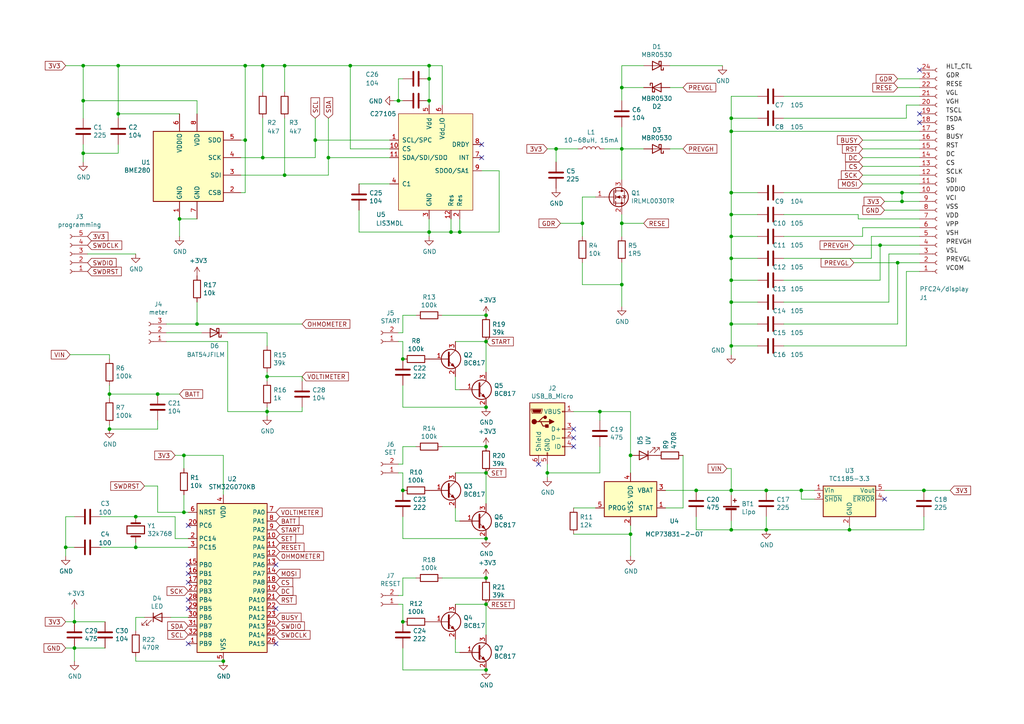
<source format=kicad_sch>
(kicad_sch (version 20211123) (generator eeschema)
  (paper "A4")
  (title_block (title "Sense schematic") (date "2021-08-02") (rev "1.0") (comment 1 "Autor: Bartosz Pracz"))
  (junction (at 124.46 19.05))
  (junction (at 212.09 62.23))
  (junction (at 31.75 124.46))
  (junction (at 19.05 158.75))
  (junction (at 212.09 142.24))
  (junction (at 173.99 119.38))
  (junction (at 116.84 104.14))
  (junction (at 39.37 158.75))
  (junction (at 45.72 114.3))
  (junction (at 82.55 19.05))
  (junction (at 140.97 137.16))
  (junction (at 77.47 119.38))
  (junction (at 180.34 43.18))
  (junction (at 222.25 142.24))
  (junction (at 140.97 91.44))
  (junction (at 34.29 33.02))
  (junction (at 201.93 142.24))
  (junction (at 267.97 142.24))
  (junction (at 212.09 100.33))
  (junction (at 261.62 55.88))
  (junction (at 57.15 93.98))
  (junction (at 64.77 191.77))
  (junction (at 101.6 19.05))
  (junction (at 140.97 194.31))
  (junction (at 140.97 99.06))
  (junction (at 212.09 55.88))
  (junction (at 39.37 149.86))
  (junction (at 180.34 25.4))
  (junction (at 232.41 142.24))
  (junction (at 212.09 93.98))
  (junction (at 34.29 19.05))
  (junction (at 124.46 22.86))
  (junction (at 76.2 19.05))
  (junction (at 21.59 180.34))
  (junction (at 53.34 132.08))
  (junction (at 140.97 118.11))
  (junction (at 53.34 148.59))
  (junction (at 24.13 44.45))
  (junction (at 116.84 180.34))
  (junction (at 115.57 29.21))
  (junction (at 182.88 132.08))
  (junction (at 212.09 68.58))
  (junction (at 246.38 153.67))
  (junction (at 212.09 38.1))
  (junction (at 52.07 63.5))
  (junction (at 212.09 34.29))
  (junction (at 76.2 45.72))
  (junction (at 130.81 67.31))
  (junction (at 158.75 137.16))
  (junction (at 255.27 71.12))
  (junction (at 212.09 153.67))
  (junction (at 116.84 142.24))
  (junction (at 124.46 29.21))
  (junction (at 95.25 45.72))
  (junction (at 180.34 82.55))
  (junction (at 124.46 67.31))
  (junction (at 260.35 76.2))
  (junction (at 168.91 64.77))
  (junction (at 133.35 67.31))
  (junction (at 140.97 175.26))
  (junction (at 212.09 87.63))
  (junction (at 77.47 109.22))
  (junction (at 180.34 64.77))
  (junction (at 31.75 114.3))
  (junction (at 182.88 154.94))
  (junction (at 222.25 153.67))
  (junction (at 140.97 156.21))
  (junction (at 261.62 58.42))
  (junction (at 71.12 19.05))
  (junction (at 82.55 50.8))
  (junction (at 91.44 40.64))
  (junction (at 212.09 81.28))
  (junction (at 161.29 43.18))
  (junction (at 21.59 187.96))
  (junction (at 24.13 19.05))
  (junction (at 24.13 29.21))
  (junction (at 71.12 40.64))
  (junction (at 140.97 129.54))
  (junction (at 140.97 167.64))
  (junction (at 212.09 74.93))
  (no_connect (at 80.01 176.53))
  (no_connect (at 256.54 144.78))
  (no_connect (at 266.7 33.02))
  (no_connect (at 266.7 35.56))
  (no_connect (at 139.7 45.72))
  (no_connect (at 80.01 186.69))
  (no_connect (at 54.61 176.53))
  (no_connect (at 54.61 186.69))
  (no_connect (at 266.7 20.32))
  (no_connect (at 54.61 152.4))
  (no_connect (at 166.37 127))
  (no_connect (at 80.01 163.83))
  (no_connect (at 166.37 129.54))
  (no_connect (at 54.61 166.37))
  (no_connect (at 139.7 41.91))
  (no_connect (at 54.61 163.83))
  (no_connect (at 54.61 173.99))
  (no_connect (at 156.21 134.62))
  (no_connect (at 54.61 168.91))
  (no_connect (at 166.37 124.46))
  (wire (pts (xy 180.34 19.05) (xy 186.69 19.05)))
  (wire (pts (xy 219.71 93.98) (xy 212.09 93.98)))
  (wire (pts (xy 128.27 91.44) (xy 140.97 91.44)))
  (wire (pts (xy 124.46 67.31) (xy 124.46 63.5)))
  (wire (pts (xy 116.84 180.34) (xy 116.84 175.26)))
  (wire (pts (xy 180.34 29.21) (xy 180.34 25.4)))
  (wire (pts (xy 50.8 132.08) (xy 53.34 132.08)))
  (wire (pts (xy 173.99 137.16) (xy 158.75 137.16)))
  (wire (pts (xy 256.54 60.96) (xy 266.7 60.96)))
  (wire (pts (xy 255.27 71.12) (xy 255.27 81.28)))
  (wire (pts (xy 115.57 96.52) (xy 116.84 96.52)))
  (wire (pts (xy 115.57 22.86) (xy 116.84 22.86)))
  (wire (pts (xy 76.2 19.05) (xy 82.55 19.05)))
  (wire (pts (xy 116.84 172.72) (xy 116.84 167.64)))
  (wire (pts (xy 168.91 76.2) (xy 168.91 82.55)))
  (wire (pts (xy 57.15 29.21) (xy 24.13 29.21)))
  (wire (pts (xy 247.65 76.2) (xy 260.35 76.2)))
  (wire (pts (xy 222.25 142.24) (xy 212.09 142.24)))
  (wire (pts (xy 34.29 44.45) (xy 34.29 41.91)))
  (wire (pts (xy 256.54 58.42) (xy 261.62 58.42)))
  (wire (pts (xy 212.09 27.94) (xy 212.09 34.29)))
  (wire (pts (xy 77.47 119.38) (xy 77.47 120.65)))
  (wire (pts (xy 34.29 33.02) (xy 34.29 34.29)))
  (wire (pts (xy 212.09 62.23) (xy 212.09 68.58)))
  (wire (pts (xy 158.75 138.43) (xy 158.75 137.16)))
  (wire (pts (xy 48.26 93.98) (xy 57.15 93.98)))
  (wire (pts (xy 57.15 33.02) (xy 57.15 29.21)))
  (wire (pts (xy 198.12 132.08) (xy 198.12 147.32)))
  (wire (pts (xy 166.37 154.94) (xy 182.88 154.94)))
  (wire (pts (xy 180.34 25.4) (xy 186.69 25.4)))
  (wire (pts (xy 45.72 140.97) (xy 45.72 148.59)))
  (wire (pts (xy 132.08 113.03) (xy 133.35 113.03)))
  (wire (pts (xy 130.81 67.31) (xy 124.46 67.31)))
  (wire (pts (xy 19.05 149.86) (xy 19.05 158.75)))
  (wire (pts (xy 250.19 53.34) (xy 266.7 53.34)))
  (wire (pts (xy 34.29 19.05) (xy 24.13 19.05)))
  (wire (pts (xy 267.97 153.67) (xy 267.97 149.86)))
  (wire (pts (xy 116.84 129.54) (xy 120.65 129.54)))
  (wire (pts (xy 116.84 187.96) (xy 116.84 194.31)))
  (wire (pts (xy 275.59 142.24) (xy 267.97 142.24)))
  (wire (pts (xy 66.04 119.38) (xy 77.47 119.38)))
  (wire (pts (xy 19.05 161.29) (xy 19.05 158.75)))
  (wire (pts (xy 260.35 76.2) (xy 260.35 93.98)))
  (wire (pts (xy 132.08 189.23) (xy 133.35 189.23)))
  (wire (pts (xy 124.46 29.21) (xy 124.46 30.48)))
  (wire (pts (xy 116.84 111.76) (xy 116.84 118.11)))
  (wire (pts (xy 180.34 62.23) (xy 180.34 64.77)))
  (wire (pts (xy 212.09 68.58) (xy 212.09 74.93)))
  (wire (pts (xy 166.37 119.38) (xy 173.99 119.38)))
  (wire (pts (xy 168.91 64.77) (xy 168.91 68.58)))
  (wire (pts (xy 31.75 111.76) (xy 31.75 114.3)))
  (wire (pts (xy 77.47 109.22) (xy 87.63 109.22)))
  (wire (pts (xy 116.84 96.52) (xy 116.84 91.44)))
  (wire (pts (xy 139.7 49.53) (xy 144.78 49.53)))
  (wire (pts (xy 227.33 68.58) (xy 250.19 68.58)))
  (wire (pts (xy 182.88 119.38) (xy 182.88 132.08)))
  (wire (pts (xy 180.34 88.9) (xy 180.34 82.55)))
  (wire (pts (xy 39.37 179.07) (xy 41.91 179.07)))
  (wire (pts (xy 193.04 142.24) (xy 201.93 142.24)))
  (wire (pts (xy 116.84 167.64) (xy 120.65 167.64)))
  (wire (pts (xy 219.71 100.33) (xy 212.09 100.33)))
  (wire (pts (xy 113.03 45.72) (xy 95.25 45.72)))
  (wire (pts (xy 77.47 107.95) (xy 77.47 109.22)))
  (wire (pts (xy 52.07 33.02) (xy 34.29 33.02)))
  (wire (pts (xy 222.25 149.86) (xy 222.25 153.67)))
  (wire (pts (xy 24.13 29.21) (xy 24.13 34.29)))
  (wire (pts (xy 222.25 153.67) (xy 246.38 153.67)))
  (wire (pts (xy 227.33 74.93) (xy 252.73 74.93)))
  (wire (pts (xy 57.15 93.98) (xy 87.63 93.98)))
  (wire (pts (xy 212.09 55.88) (xy 212.09 62.23)))
  (wire (pts (xy 144.78 49.53) (xy 144.78 67.31)))
  (wire (pts (xy 116.84 175.26) (xy 115.57 175.26)))
  (wire (pts (xy 255.27 71.12) (xy 247.65 71.12)))
  (wire (pts (xy 104.14 67.31) (xy 124.46 67.31)))
  (wire (pts (xy 261.62 55.88) (xy 266.7 55.88)))
  (wire (pts (xy 180.34 36.83) (xy 180.34 43.18)))
  (wire (pts (xy 132.08 137.16) (xy 140.97 137.16)))
  (wire (pts (xy 116.84 99.06) (xy 115.57 99.06)))
  (wire (pts (xy 19.05 180.34) (xy 21.59 180.34)))
  (wire (pts (xy 77.47 109.22) (xy 77.47 110.49)))
  (wire (pts (xy 77.47 96.52) (xy 77.47 100.33)))
  (wire (pts (xy 128.27 19.05) (xy 128.27 30.48)))
  (wire (pts (xy 31.75 114.3) (xy 31.75 115.57)))
  (wire (pts (xy 219.71 34.29) (xy 212.09 34.29)))
  (wire (pts (xy 116.84 149.86) (xy 116.84 156.21)))
  (wire (pts (xy 21.59 187.96) (xy 30.48 187.96)))
  (wire (pts (xy 116.84 91.44) (xy 120.65 91.44)))
  (wire (pts (xy 201.93 149.86) (xy 201.93 153.67)))
  (wire (pts (xy 77.47 119.38) (xy 87.63 119.38)))
  (wire (pts (xy 132.08 99.06) (xy 140.97 99.06)))
  (wire (pts (xy 48.26 99.06) (xy 66.04 99.06)))
  (wire (pts (xy 116.84 134.62) (xy 116.84 129.54)))
  (wire (pts (xy 262.89 30.48) (xy 262.89 34.29)))
  (wire (pts (xy 250.19 40.64) (xy 266.7 40.64)))
  (wire (pts (xy 69.85 55.88) (xy 71.12 55.88)))
  (wire (pts (xy 39.37 158.75) (xy 39.37 157.48)))
  (wire (pts (xy 250.19 50.8) (xy 266.7 50.8)))
  (wire (pts (xy 132.08 109.22) (xy 132.08 113.03)))
  (wire (pts (xy 173.99 119.38) (xy 182.88 119.38)))
  (wire (pts (xy 53.34 132.08) (xy 64.77 132.08)))
  (wire (pts (xy 132.08 151.13) (xy 133.35 151.13)))
  (wire (pts (xy 261.62 55.88) (xy 227.33 55.88)))
  (wire (pts (xy 250.19 48.26) (xy 266.7 48.26)))
  (wire (pts (xy 210.82 135.89) (xy 212.09 135.89)))
  (wire (pts (xy 256.54 142.24) (xy 267.97 142.24)))
  (wire (pts (xy 162.56 64.77) (xy 168.91 64.77)))
  (wire (pts (xy 194.31 43.18) (xy 198.12 43.18)))
  (wire (pts (xy 50.8 156.21) (xy 54.61 156.21)))
  (wire (pts (xy 232.41 142.24) (xy 236.22 142.24)))
  (wire (pts (xy 101.6 43.18) (xy 113.03 43.18)))
  (wire (pts (xy 168.91 82.55) (xy 180.34 82.55)))
  (wire (pts (xy 212.09 81.28) (xy 212.09 87.63)))
  (wire (pts (xy 101.6 19.05) (xy 124.46 19.05)))
  (wire (pts (xy 53.34 148.59) (xy 54.61 148.59)))
  (wire (pts (xy 140.97 175.26) (xy 140.97 184.15)))
  (wire (pts (xy 132.08 175.26) (xy 140.97 175.26)))
  (wire (pts (xy 24.13 41.91) (xy 24.13 44.45)))
  (wire (pts (xy 21.59 191.77) (xy 21.59 187.96)))
  (wire (pts (xy 31.75 114.3) (xy 45.72 114.3)))
  (wire (pts (xy 66.04 99.06) (xy 66.04 119.38)))
  (wire (pts (xy 116.84 194.31) (xy 140.97 194.31)))
  (wire (pts (xy 250.19 66.04) (xy 250.19 68.58)))
  (wire (pts (xy 266.7 63.5) (xy 248.92 63.5)))
  (wire (pts (xy 257.81 73.66) (xy 266.7 73.66)))
  (wire (pts (xy 182.88 161.29) (xy 182.88 154.94)))
  (wire (pts (xy 212.09 93.98) (xy 212.09 100.33)))
  (wire (pts (xy 266.7 68.58) (xy 252.73 68.58)))
  (wire (pts (xy 219.71 62.23) (xy 212.09 62.23)))
  (wire (pts (xy 82.55 19.05) (xy 101.6 19.05)))
  (wire (pts (xy 128.27 167.64) (xy 140.97 167.64)))
  (wire (pts (xy 48.26 96.52) (xy 58.42 96.52)))
  (wire (pts (xy 21.59 180.34) (xy 30.48 180.34)))
  (wire (pts (xy 34.29 33.02) (xy 34.29 19.05)))
  (wire (pts (xy 246.38 153.67) (xy 267.97 153.67)))
  (wire (pts (xy 115.57 172.72) (xy 116.84 172.72)))
  (wire (pts (xy 201.93 142.24) (xy 212.09 142.24)))
  (wire (pts (xy 172.72 57.15) (xy 168.91 57.15)))
  (wire (pts (xy 29.21 149.86) (xy 39.37 149.86)))
  (wire (pts (xy 130.81 63.5) (xy 130.81 67.31)))
  (wire (pts (xy 69.85 40.64) (xy 71.12 40.64)))
  (wire (pts (xy 71.12 40.64) (xy 71.12 19.05)))
  (wire (pts (xy 76.2 34.29) (xy 76.2 45.72)))
  (wire (pts (xy 180.34 52.07) (xy 180.34 43.18)))
  (wire (pts (xy 69.85 45.72) (xy 76.2 45.72)))
  (wire (pts (xy 31.75 123.19) (xy 31.75 124.46)))
  (wire (pts (xy 130.81 67.31) (xy 133.35 67.31)))
  (wire (pts (xy 45.72 148.59) (xy 53.34 148.59)))
  (wire (pts (xy 91.44 40.64) (xy 113.03 40.64)))
  (wire (pts (xy 77.47 118.11) (xy 77.47 119.38)))
  (wire (pts (xy 201.93 153.67) (xy 212.09 153.67)))
  (wire (pts (xy 168.91 57.15) (xy 168.91 64.77)))
  (wire (pts (xy 54.61 158.75) (xy 39.37 158.75)))
  (wire (pts (xy 82.55 34.29) (xy 82.55 50.8)))
  (wire (pts (xy 219.71 55.88) (xy 212.09 55.88)))
  (wire (pts (xy 266.7 30.48) (xy 262.89 30.48)))
  (wire (pts (xy 250.19 43.18) (xy 266.7 43.18)))
  (wire (pts (xy 124.46 67.31) (xy 124.46 68.58)))
  (wire (pts (xy 161.29 43.18) (xy 167.64 43.18)))
  (wire (pts (xy 39.37 149.86) (xy 50.8 149.86)))
  (wire (pts (xy 114.3 29.21) (xy 115.57 29.21)))
  (wire (pts (xy 180.34 43.18) (xy 186.69 43.18)))
  (wire (pts (xy 39.37 182.88) (xy 39.37 179.07)))
  (wire (pts (xy 124.46 19.05) (xy 128.27 19.05)))
  (wire (pts (xy 57.15 93.98) (xy 57.15 87.63)))
  (wire (pts (xy 212.09 151.13) (xy 212.09 153.67)))
  (wire (pts (xy 21.59 187.96) (xy 19.05 187.96)))
  (wire (pts (xy 222.25 142.24) (xy 232.41 142.24)))
  (wire (pts (xy 87.63 119.38) (xy 87.63 118.11)))
  (wire (pts (xy 212.09 142.24) (xy 212.09 143.51)))
  (wire (pts (xy 252.73 68.58) (xy 252.73 74.93)))
  (wire (pts (xy 133.35 63.5) (xy 133.35 67.31)))
  (wire (pts (xy 219.71 68.58) (xy 212.09 68.58)))
  (wire (pts (xy 91.44 45.72) (xy 91.44 40.64)))
  (wire (pts (xy 132.08 147.32) (xy 132.08 151.13)))
  (wire (pts (xy 50.8 149.86) (xy 50.8 156.21)))
  (wire (pts (xy 180.34 64.77) (xy 180.34 68.58)))
  (wire (pts (xy 173.99 119.38) (xy 173.99 121.92)))
  (wire (pts (xy 198.12 147.32) (xy 193.04 147.32)))
  (wire (pts (xy 173.99 129.54) (xy 173.99 137.16)))
  (wire (pts (xy 116.84 118.11) (xy 140.97 118.11)))
  (wire (pts (xy 19.05 158.75) (xy 21.59 158.75)))
  (wire (pts (xy 124.46 22.86) (xy 124.46 29.21)))
  (wire (pts (xy 53.34 135.89) (xy 53.34 132.08)))
  (wire (pts (xy 91.44 40.64) (xy 91.44 34.29)))
  (wire (pts (xy 140.97 99.06) (xy 140.97 107.95)))
  (wire (pts (xy 266.7 76.2) (xy 260.35 76.2)))
  (wire (pts (xy 182.88 132.08) (xy 182.88 137.16)))
  (wire (pts (xy 82.55 50.8) (xy 95.25 50.8)))
  (wire (pts (xy 161.29 43.18) (xy 161.29 46.99)))
  (wire (pts (xy 180.34 25.4) (xy 180.34 19.05)))
  (wire (pts (xy 212.09 74.93) (xy 212.09 81.28)))
  (wire (pts (xy 212.09 34.29) (xy 212.09 38.1)))
  (wire (pts (xy 219.71 74.93) (xy 212.09 74.93)))
  (wire (pts (xy 194.31 19.05) (xy 209.55 19.05)))
  (wire (pts (xy 76.2 45.72) (xy 91.44 45.72)))
  (wire (pts (xy 246.38 153.67) (xy 246.38 152.4)))
  (wire (pts (xy 24.13 29.21) (xy 24.13 19.05)))
  (wire (pts (xy 24.13 44.45) (xy 34.29 44.45)))
  (wire (pts (xy 95.25 34.29) (xy 95.25 45.72)))
  (wire (pts (xy 45.72 114.3) (xy 52.07 114.3)))
  (wire (pts (xy 219.71 87.63) (xy 212.09 87.63)))
  (wire (pts (xy 116.84 156.21) (xy 140.97 156.21)))
  (wire (pts (xy 262.89 100.33) (xy 262.89 78.74)))
  (wire (pts (xy 21.59 180.34) (xy 21.59 176.53)))
  (wire (pts (xy 262.89 78.74) (xy 266.7 78.74)))
  (wire (pts (xy 132.08 185.42) (xy 132.08 189.23)))
  (wire (pts (xy 250.19 45.72) (xy 266.7 45.72)))
  (wire (pts (xy 227.33 34.29) (xy 262.89 34.29)))
  (wire (pts (xy 31.75 102.87) (xy 31.75 104.14)))
  (wire (pts (xy 236.22 144.78) (xy 232.41 144.78)))
  (wire (pts (xy 219.71 27.94) (xy 212.09 27.94)))
  (wire (pts (xy 260.35 25.4) (xy 266.7 25.4)))
  (wire (pts (xy 194.31 25.4) (xy 198.12 25.4)))
  (wire (pts (xy 82.55 26.67) (xy 82.55 19.05)))
  (wire (pts (xy 128.27 129.54) (xy 140.97 129.54)))
  (wire (pts (xy 71.12 55.88) (xy 71.12 40.64)))
  (wire (pts (xy 133.35 67.31) (xy 144.78 67.31)))
  (wire (pts (xy 158.75 137.16) (xy 158.75 134.62)))
  (wire (pts (xy 257.81 87.63) (xy 227.33 87.63)))
  (wire (pts (xy 261.62 55.88) (xy 261.62 58.42)))
  (wire (pts (xy 227.33 27.94) (xy 266.7 27.94)))
  (wire (pts (xy 21.59 149.86) (xy 19.05 149.86)))
  (wire (pts (xy 248.92 63.5) (xy 248.92 62.23)))
  (wire (pts (xy 39.37 191.77) (xy 64.77 191.77)))
  (wire (pts (xy 182.88 152.4) (xy 182.88 154.94)))
  (wire (pts (xy 175.26 43.18) (xy 180.34 43.18)))
  (wire (pts (xy 66.04 96.52) (xy 77.47 96.52)))
  (wire (pts (xy 116.84 137.16) (xy 115.57 137.16)))
  (wire (pts (xy 180.34 82.55) (xy 180.34 76.2)))
  (wire (pts (xy 95.25 45.72) (xy 95.25 50.8)))
  (wire (pts (xy 158.75 43.18) (xy 161.29 43.18)))
  (wire (pts (xy 116.84 142.24) (xy 116.84 137.16)))
  (wire (pts (xy 101.6 43.18) (xy 101.6 19.05)))
  (wire (pts (xy 260.35 22.86) (xy 266.7 22.86)))
  (wire (pts (xy 87.63 109.22) (xy 87.63 110.49)))
  (wire (pts (xy 34.29 19.05) (xy 71.12 19.05)))
  (wire (pts (xy 29.21 158.75) (xy 39.37 158.75)))
  (wire (pts (xy 261.62 58.42) (xy 266.7 58.42)))
  (wire (pts (xy 115.57 29.21) (xy 116.84 29.21)))
  (wire (pts (xy 219.71 81.28) (xy 212.09 81.28)))
  (wire (pts (xy 212.09 38.1) (xy 212.09 55.88)))
  (wire (pts (xy 76.2 26.67) (xy 76.2 19.05)))
  (wire (pts (xy 24.13 44.45) (xy 24.13 46.99)))
  (wire (pts (xy 140.97 137.16) (xy 140.97 146.05)))
  (wire (pts (xy 31.75 124.46) (xy 45.72 124.46)))
  (wire (pts (xy 227.33 100.33) (xy 262.89 100.33)))
  (wire (pts (xy 25.4 73.66) (xy 39.37 73.66)))
  (wire (pts (xy 227.33 81.28) (xy 255.27 81.28)))
  (wire (pts (xy 266.7 66.04) (xy 250.19 66.04)))
  (wire (pts (xy 39.37 190.5) (xy 39.37 191.77)))
  (wire (pts (xy 212.09 135.89) (xy 212.09 142.24)))
  (wire (pts (xy 52.07 63.5) (xy 52.07 68.58)))
  (wire (pts (xy 186.69 64.77) (xy 180.34 64.77)))
  (wire (pts (xy 53.34 143.51) (xy 53.34 148.59)))
  (wire (pts (xy 115.57 134.62) (xy 116.84 134.62)))
  (wire (pts (xy 71.12 19.05) (xy 76.2 19.05)))
  (wire (pts (xy 64.77 132.08) (xy 64.77 143.51)))
  (wire (pts (xy 115.57 29.21) (xy 115.57 22.86)))
  (wire (pts (xy 69.85 50.8) (xy 82.55 50.8)))
  (wire (pts (xy 20.32 102.87) (xy 31.75 102.87)))
  (wire (pts (xy 41.91 140.97) (xy 45.72 140.97)))
  (wire (pts (xy 266.7 71.12) (xy 255.27 71.12)))
  (wire (pts (xy 166.37 147.32) (xy 172.72 147.32)))
  (wire (pts (xy 24.13 19.05) (xy 19.05 19.05)))
  (wire (pts (xy 45.72 124.46) (xy 45.72 121.92)))
  (wire (pts (xy 227.33 93.98) (xy 260.35 93.98)))
  (wire (pts (xy 232.41 144.78) (xy 232.41 142.24)))
  (wire (pts (xy 257.81 87.63) (xy 257.81 73.66)))
  (wire (pts (xy 227.33 62.23) (xy 248.92 62.23)))
  (wire (pts (xy 212.09 87.63) (xy 212.09 93.98)))
  (wire (pts (xy 104.14 60.96) (xy 104.14 67.31)))
  (wire (pts (xy 212.09 38.1) (xy 266.7 38.1)))
  (wire (pts (xy 104.14 53.34) (xy 113.03 53.34)))
  (wire (pts (xy 212.09 100.33) (xy 212.09 102.87)))
  (wire (pts (xy 212.09 153.67) (xy 222.25 153.67)))
  (wire (pts (xy 124.46 19.05) (xy 124.46 22.86)))
  (wire (pts (xy 57.15 63.5) (xy 52.07 63.5)))
  (wire (pts (xy 49.53 179.07) (xy 54.61 179.07)))
  (wire (pts (xy 116.84 104.14) (xy 116.84 99.06)))
  (label "VGH" (at 274.32 30.48 0))
  (label "VDDIO" (at 274.32 55.88 0))
  (label "VSL" (at 274.32 73.66 0))
  (label "SDI" (at 274.32 53.34 0))
  (label "PREVGH" (at 274.32 71.12 0))
  (label "GDR" (at 274.32 22.86 0))
  (label "PREVGL" (at 274.32 76.2 0))
  (label "SCLK" (at 274.32 50.8 0))
  (label "HLT_CTL" (at 274.32 20.32 0))
  (label "BUSY" (at 274.32 40.64 0))
  (label "VPP" (at 274.32 66.04 0))
  (label "VCOM" (at 274.32 78.74 0))
  (label "TSDA" (at 274.32 35.56 0))
  (label "VCI" (at 274.32 58.42 0))
  (label "RESE" (at 274.32 25.4 0))
  (label "CS" (at 274.32 48.26 0))
  (label "VGL" (at 274.32 27.94 0))
  (label "BS" (at 274.32 38.1 0))
  (label "TSCL" (at 274.32 33.02 0))
  (label "RST" (at 274.32 43.18 0))
  (label "VSS" (at 274.32 60.96 0))
  (label "VDD" (at 274.32 63.5 0))
  (label "VSH" (at 274.32 68.58 0))
  (label "DC" (at 274.32 45.72 0))
  (global_label "SET" (shape input) (at 80.01 156.21 0) (property "Intersheet References" "${INTERSHEET_REFS}" (effects hide)))
  (global_label "START" (shape input) (at 140.97 99.06 0) (property "Intersheet References" "${INTERSHEET_REFS}" (effects hide)))
  (global_label "RESE" (shape input) (at 186.69 64.77 0) (property "Intersheet References" "${INTERSHEET_REFS}" (effects hide)))
  (global_label "3V3" (shape input) (at 25.4 68.58 0) (property "Intersheet References" "${INTERSHEET_REFS}" (effects hide)))
  (global_label "SWDIO" (shape input) (at 25.4 76.2 0) (property "Intersheet References" "${INTERSHEET_REFS}" (effects hide)))
  (global_label "CS" (shape input) (at 250.19 48.26 180) (property "Intersheet References" "${INTERSHEET_REFS}" (effects hide)))
  (global_label "3V3" (shape input) (at 256.54 58.42 180) (property "Intersheet References" "${INTERSHEET_REFS}" (effects hide)))
  (global_label "3V3" (shape input) (at 158.75 43.18 180) (property "Intersheet References" "${INTERSHEET_REFS}" (effects hide)))
  (global_label "PREVGL" (shape input) (at 198.12 25.4 0) (property "Intersheet References" "${INTERSHEET_REFS}" (effects hide)))
  (global_label "RESET" (shape input) (at 80.01 158.75 0) (property "Intersheet References" "${INTERSHEET_REFS}" (effects hide)))
  (global_label "BUSY" (shape input) (at 80.01 179.07 0) (property "Intersheet References" "${INTERSHEET_REFS}" (effects hide)))
  (global_label "OHMOMETER" (shape input) (at 87.63 93.98 0) (property "Intersheet References" "${INTERSHEET_REFS}" (effects hide)))
  (global_label "DC" (shape input) (at 250.19 45.72 180) (property "Intersheet References" "${INTERSHEET_REFS}" (effects hide)))
  (global_label "3V3" (shape input) (at 275.59 142.24 0) (property "Intersheet References" "${INTERSHEET_REFS}" (effects hide)))
  (global_label "SDA" (shape input) (at 95.25 34.29 90) (property "Intersheet References" "${INTERSHEET_REFS}" (effects hide)))
  (global_label "VIN" (shape input) (at 210.82 135.89 180) (property "Intersheet References" "${INTERSHEET_REFS}" (effects hide)))
  (global_label "GND" (shape input) (at 256.54 60.96 180) (property "Intersheet References" "${INTERSHEET_REFS}" (effects hide)))
  (global_label "RST" (shape input) (at 80.01 173.99 0) (property "Intersheet References" "${INTERSHEET_REFS}" (effects hide)))
  (global_label "RESET" (shape input) (at 140.97 175.26 0) (property "Intersheet References" "${INTERSHEET_REFS}" (effects hide)))
  (global_label "VOLTIMETER" (shape input) (at 87.63 109.22 0) (property "Intersheet References" "${INTERSHEET_REFS}" (effects hide)))
  (global_label "3V3" (shape input) (at 19.05 19.05 180) (property "Intersheet References" "${INTERSHEET_REFS}" (effects hide)))
  (global_label "RESE" (shape input) (at 260.35 25.4 180) (property "Intersheet References" "${INTERSHEET_REFS}" (effects hide)))
  (global_label "MOSI" (shape input) (at 250.19 53.34 180) (property "Intersheet References" "${INTERSHEET_REFS}" (effects hide)))
  (global_label "SCK" (shape input) (at 250.19 50.8 180) (property "Intersheet References" "${INTERSHEET_REFS}" (effects hide)))
  (global_label "DC" (shape input) (at 80.01 171.45 0) (property "Intersheet References" "${INTERSHEET_REFS}" (effects hide)))
  (global_label "OHMOMETER" (shape input) (at 80.01 161.29 0) (property "Intersheet References" "${INTERSHEET_REFS}" (effects hide)))
  (global_label "GDR" (shape input) (at 260.35 22.86 180) (property "Intersheet References" "${INTERSHEET_REFS}" (effects hide)))
  (global_label "SCK" (shape input) (at 54.61 171.45 180) (property "Intersheet References" "${INTERSHEET_REFS}" (effects hide)))
  (global_label "3V3" (shape input) (at 19.05 180.34 180) (property "Intersheet References" "${INTERSHEET_REFS}" (effects hide)))
  (global_label "SWDCLK" (shape input) (at 80.01 184.15 0) (property "Intersheet References" "${INTERSHEET_REFS}" (effects hide)))
  (global_label "RST" (shape input) (at 250.19 43.18 180) (property "Intersheet References" "${INTERSHEET_REFS}" (effects hide)))
  (global_label "PREVGL" (shape input) (at 247.65 76.2 180) (property "Intersheet References" "${INTERSHEET_REFS}" (effects hide)))
  (global_label "BUSY" (shape input) (at 250.19 40.64 180) (property "Intersheet References" "${INTERSHEET_REFS}" (effects hide)))
  (global_label "MOSI" (shape input) (at 80.01 166.37 0) (property "Intersheet References" "${INTERSHEET_REFS}" (effects hide)))
  (global_label "GDR" (shape input) (at 162.56 64.77 180) (property "Intersheet References" "${INTERSHEET_REFS}" (effects hide)))
  (global_label "3V3" (shape input) (at 50.8 132.08 180) (property "Intersheet References" "${INTERSHEET_REFS}" (effects hide)))
  (global_label "BATT" (shape input) (at 80.01 151.13 0) (property "Intersheet References" "${INTERSHEET_REFS}" (effects hide)))
  (global_label "VOLTIMETER" (shape input) (at 80.01 148.59 0) (property "Intersheet References" "${INTERSHEET_REFS}" (effects hide)))
  (global_label "BATT" (shape input) (at 52.07 114.3 0) (property "Intersheet References" "${INTERSHEET_REFS}" (effects hide)))
  (global_label "PREVGH" (shape input) (at 247.65 71.12 180) (property "Intersheet References" "${INTERSHEET_REFS}" (effects hide)))
  (global_label "SWDRST" (shape input) (at 41.91 140.97 180) (property "Intersheet References" "${INTERSHEET_REFS}" (effects hide)))
  (global_label "SET" (shape input) (at 140.97 137.16 0) (property "Intersheet References" "${INTERSHEET_REFS}" (effects hide)))
  (global_label "VIN" (shape input) (at 20.32 102.87 180) (property "Intersheet References" "${INTERSHEET_REFS}" (effects hide)))
  (global_label "SCL" (shape input) (at 54.61 184.15 180) (property "Intersheet References" "${INTERSHEET_REFS}" (effects hide)))
  (global_label "SWDIO" (shape input) (at 80.01 181.61 0) (property "Intersheet References" "${INTERSHEET_REFS}" (effects hide)))
  (global_label "CS" (shape input) (at 80.01 168.91 0) (property "Intersheet References" "${INTERSHEET_REFS}" (effects hide)))
  (global_label "SWDCLK" (shape input) (at 25.4 71.12 0) (property "Intersheet References" "${INTERSHEET_REFS}" (effects hide)))
  (global_label "SWDRST" (shape input) (at 25.4 78.74 0) (property "Intersheet References" "${INTERSHEET_REFS}" (effects hide)))
  (global_label "SDA" (shape input) (at 54.61 181.61 180) (property "Intersheet References" "${INTERSHEET_REFS}" (effects hide)))
  (global_label "PREVGH" (shape input) (at 198.12 43.18 0) (property "Intersheet References" "${INTERSHEET_REFS}" (effects hide)))
  (global_label "GND" (shape input) (at 19.05 187.96 180) (property "Intersheet References" "${INTERSHEET_REFS}" (effects hide)))
  (global_label "START" (shape input) (at 80.01 153.67 0) (property "Intersheet References" "${INTERSHEET_REFS}" (effects hide)))
  (global_label "SCL" (shape input) (at 91.44 34.29 90) (property "Intersheet References" "${INTERSHEET_REFS}" (effects hide)))
  (symbol (lib_id "Connector:Conn_01x24_Female") (at 271.78 50.8 0) (mirror x) (unit 1)
    (property "Reference" "J1" (at 266.7 86.36 0) (effects (justify left)))
    (property "Value" "PFC24/display" (at 266.7 83.82 0) (effects (justify left)))
    (property "Footprint" "Connector_FFC-FPC:Hirose_FH12-24S-0.5SH_1x24-1MP_P0.50mm_Horizontal" (effects hide))
  )
  (symbol (lib_id "Device:C") (at 223.52 100.33 270) (unit 1)
    (property "Reference" "C16" (at 226.06 102.87 90))
    (property "Value" "105" (at 231.14 102.87 90))
    (property "Footprint" "Capacitor_SMD:C_0603_1608Metric" (effects hide))
  )
  (symbol (lib_id "Device:C") (at 223.52 93.98 270) (unit 1)
    (property "Reference" "C15" (at 226.06 96.52 90))
    (property "Value" "105" (at 231.14 96.52 90))
    (property "Footprint" "Capacitor_SMD:C_0603_1608Metric" (effects hide))
  )
  (symbol (lib_id "Device:C") (at 223.52 87.63 270) (unit 1)
    (property "Reference" "C14" (at 226.06 90.17 90))
    (property "Value" "105" (at 231.14 90.17 90))
    (property "Footprint" "Capacitor_SMD:C_0603_1608Metric" (effects hide))
  )
  (symbol (lib_id "Device:C") (at 223.52 81.28 270) (unit 1)
    (property "Reference" "C13" (at 226.06 83.82 90))
    (property "Value" "105" (at 231.14 83.82 90))
    (property "Footprint" "Capacitor_SMD:C_0603_1608Metric" (effects hide))
  )
  (symbol (lib_id "Device:C") (at 223.52 74.93 270) (unit 1)
    (property "Reference" "C12" (at 226.06 77.47 90))
    (property "Value" "105" (at 231.14 77.47 90))
    (property "Footprint" "Capacitor_SMD:C_0603_1608Metric" (effects hide))
  )
  (symbol (lib_id "Device:C") (at 223.52 68.58 270) (unit 1)
    (property "Reference" "C11" (at 226.06 71.12 90))
    (property "Value" "105" (at 231.14 71.12 90))
    (property "Footprint" "Capacitor_SMD:C_0603_1608Metric" (effects hide))
  )
  (symbol (lib_id "Device:C") (at 223.52 62.23 270) (unit 1)
    (property "Reference" "C10" (at 226.06 64.77 90))
    (property "Value" "105" (at 231.14 64.77 90))
    (property "Footprint" "Capacitor_SMD:C_0603_1608Metric" (effects hide))
  )
  (symbol (lib_id "Device:C") (at 223.52 55.88 270) (unit 1)
    (property "Reference" "C9" (at 226.06 58.42 90))
    (property "Value" "104" (at 231.14 58.42 90))
    (property "Footprint" "Capacitor_SMD:C_0603_1608Metric" (effects hide))
  )
  (symbol (lib_id "power:GND") (at 212.09 102.87 0) (unit 1)
    (property "Reference" "#PWR0101" (effects hide))
    (property "Value" "GND" (at 208.28 101.6 0))
  )
  (symbol (lib_id "Device:R") (at 31.75 107.95 0) (unit 1)
    (property "Reference" "R6" (at 33.528 106.7816 0) (effects (justify left)))
    (property "Value" "100k" (at 33.528 109.093 0) (effects (justify left)))
    (property "Footprint" "Resistor_SMD:R_0603_1608Metric" (effects hide))
  )
  (symbol (lib_id "Device:C") (at 223.52 34.29 270) (unit 1)
    (property "Reference" "C8" (at 226.06 36.83 90))
    (property "Value" "105" (at 231.14 36.83 90))
    (property "Footprint" "Capacitor_SMD:C_0603_1608Metric" (effects hide))
  )
  (symbol (lib_id "Device:C") (at 223.52 27.94 270) (unit 1)
    (property "Reference" "C7" (at 226.06 30.48 90))
    (property "Value" "105" (at 231.14 30.48 90))
    (property "Footprint" "Capacitor_SMD:C_0603_1608Metric" (effects hide))
  )
  (symbol (lib_id "power:GND") (at 21.59 191.77 0) (unit 1)
    (property "Reference" "#PWR0102" (effects hide))
    (property "Value" "GND" (at 21.717 196.1642 0))
  )
  (symbol (lib_id "power:+3V3") (at 21.59 176.53 0) (unit 1)
    (property "Reference" "#PWR0103" (effects hide))
    (property "Value" "+3V3" (at 21.971 172.1358 0))
  )
  (symbol (lib_id "Device:R") (at 31.75 119.38 0) (unit 1)
    (property "Reference" "R7" (at 33.528 118.2116 0) (effects (justify left)))
    (property "Value" "100k" (at 33.528 120.523 0) (effects (justify left)))
    (property "Footprint" "Resistor_SMD:R_0603_1608Metric" (effects hide))
  )
  (symbol (lib_id "power:GND") (at 31.75 124.46 0) (unit 1)
    (property "Reference" "#PWR04" (effects hide))
    (property "Value" "GND" (at 31.877 128.8542 0))
  )
  (symbol (lib_id "sense-rescue:STM32G070KB-Venom") (at 67.31 166.37 0) (unit 1)
    (property "Reference" "U2" (at 67.31 138.9126 0))
    (property "Value" "STM32G070KB" (at 67.31 141.224 0))
    (property "Footprint" "Package_QFP:LQFP-32_7x7mm_P0.8mm" (effects hide))
    (property "Datasheet" "http://www.st.com/st-web-ui/static/active/en/resource/technical/document/datasheet/DM00105814.pdf" (effects hide))
  )
  (symbol (lib_id "Device:L") (at 171.45 43.18 90) (unit 1)
    (property "Reference" "L1" (at 171.45 38.354 90))
    (property "Value" "10-68uH, 15mA" (at 171.45 40.6654 90))
    (property "Footprint" "Resistor_SMD:R_1206_3216Metric" (effects hide))
  )
  (symbol (lib_id "Diode:MBR0530") (at 190.5 43.18 180) (unit 1)
    (property "Reference" "D3" (at 190.5 37.6936 0))
    (property "Value" "MBR0530" (at 190.5 40.005 0))
    (property "Footprint" "Diode_SMD:D_SOD-123" (effects hide))
    (property "Datasheet" "http://www.mccsemi.com/up_pdf/MBR0520~MBR0580(SOD123).pdf" (effects hide))
  )
  (symbol (lib_id "Device:C") (at 161.29 50.8 0) (unit 1)
    (property "Reference" "C5" (at 164.211 49.6316 0) (effects (justify left)))
    (property "Value" "225" (at 164.211 51.943 0) (effects (justify left)))
    (property "Footprint" "Capacitor_SMD:C_0603_1608Metric" (effects hide))
  )
  (symbol (lib_id "Diode:MBR0530") (at 190.5 25.4 0) (unit 1)
    (property "Reference" "D2" (at 190.5 30.8864 0))
    (property "Value" "MBR0530" (at 190.5 28.575 0))
    (property "Footprint" "Diode_SMD:D_SOD-123" (effects hide))
    (property "Datasheet" "http://www.mccsemi.com/up_pdf/MBR0520~MBR0580(SOD123).pdf" (effects hide))
  )
  (symbol (lib_id "Diode:MBR0530") (at 190.5 19.05 180) (unit 1)
    (property "Reference" "D1" (at 190.5 13.5636 0))
    (property "Value" "MBR0530" (at 190.5 15.875 0))
    (property "Footprint" "Diode_SMD:D_SOD-123" (effects hide))
    (property "Datasheet" "http://www.mccsemi.com/up_pdf/MBR0520~MBR0580(SOD123).pdf" (effects hide))
  )
  (symbol (lib_id "power:GND") (at 209.55 19.05 0) (unit 1)
    (property "Reference" "#PWR0104" (effects hide))
    (property "Value" "GND" (at 209.677 23.4442 0))
  )
  (symbol (lib_id "Device:R") (at 168.91 72.39 0) (unit 1)
    (property "Reference" "R4" (at 170.688 71.2216 0) (effects (justify left)))
    (property "Value" "10k" (at 170.688 73.533 0) (effects (justify left)))
    (property "Footprint" "Resistor_SMD:R_0603_1608Metric" (effects hide))
  )
  (symbol (lib_id "Device:R") (at 180.34 72.39 0) (unit 1)
    (property "Reference" "R5" (at 182.118 71.2216 0) (effects (justify left)))
    (property "Value" "1R5" (at 182.118 73.533 0) (effects (justify left)))
    (property "Footprint" "Resistor_SMD:R_0603_1608Metric" (effects hide))
  )
  (symbol (lib_id "power:GND") (at 161.29 54.61 0) (unit 1)
    (property "Reference" "#PWR0105" (effects hide))
    (property "Value" "GND" (at 161.417 59.0042 0))
  )
  (symbol (lib_id "Device:C") (at 180.34 33.02 0) (unit 1)
    (property "Reference" "C6" (at 183.261 31.8516 0) (effects (justify left)))
    (property "Value" "104" (at 183.261 34.163 0) (effects (justify left)))
    (property "Footprint" "Capacitor_SMD:C_0603_1608Metric" (effects hide))
  )
  (symbol (lib_id "Device:C") (at 45.72 118.11 0) (unit 1)
    (property "Reference" "C21" (at 48.641 116.9416 0) (effects (justify left)))
    (property "Value" "104" (at 48.641 119.253 0) (effects (justify left)))
    (property "Footprint" "Capacitor_SMD:C_0603_1608Metric" (effects hide))
  )
  (symbol (lib_id "power:GND") (at 180.34 88.9 0) (unit 1)
    (property "Reference" "#PWR0106" (effects hide))
    (property "Value" "GND" (at 180.467 93.2942 0))
  )
  (symbol (lib_id "Device:Crystal") (at 39.37 153.67 270) (unit 1)
    (property "Reference" "Y1" (at 42.6974 152.5016 90) (effects (justify left)))
    (property "Value" "32k768" (at 42.6974 154.813 90) (effects (justify left)))
    (property "Footprint" "Crystal:Crystal_DS26_D2.0mm_L6.0mm_Horizontal" (effects hide))
  )
  (symbol (lib_id "sense-rescue:USB_B_Micro-Connector-venom-rescue") (at 158.75 124.46 0) (unit 1)
    (property "Reference" "J2" (at 160.1978 112.5982 0))
    (property "Value" "USB_B_Micro" (at 160.1978 114.9096 0))
    (property "Footprint" "Connector_USB:USB_Micro-B_Molex_47346-0001" (effects hide))
  )
  (symbol (lib_id "Device:C") (at 25.4 149.86 270) (unit 1)
    (property "Reference" "C3" (at 30.48 146.05 90))
    (property "Value" "100" (at 30.48 148.59 90))
    (property "Footprint" "Capacitor_SMD:C_0603_1608Metric" (effects hide))
  )
  (symbol (lib_id "Device:C") (at 25.4 158.75 270) (unit 1)
    (property "Reference" "C4" (at 30.48 154.94 90))
    (property "Value" "100" (at 30.48 157.48 90))
    (property "Footprint" "Capacitor_SMD:C_0603_1608Metric" (effects hide))
  )
  (symbol (lib_id "power:GND") (at 19.05 161.29 0) (unit 1)
    (property "Reference" "#PWR0107" (effects hide))
    (property "Value" "GND" (at 19.177 165.6842 0))
  )
  (symbol (lib_id "Device:R") (at 53.34 139.7 0) (unit 1)
    (property "Reference" "R1" (at 55.118 138.5316 0) (effects (justify left)))
    (property "Value" "10k" (at 55.118 140.843 0) (effects (justify left)))
    (property "Footprint" "Resistor_SMD:R_0603_1608Metric" (effects hide))
  )
  (symbol (lib_id "power:GND") (at 64.77 191.77 0) (unit 1)
    (property "Reference" "#PWR0108" (effects hide))
    (property "Value" "GND" (at 64.897 196.1642 0))
  )
  (symbol (lib_id "Device:C") (at 173.99 125.73 0) (unit 1)
    (property "Reference" "C19" (at 176.911 124.5616 0) (effects (justify left)))
    (property "Value" "475" (at 176.911 126.873 0) (effects (justify left)))
    (property "Footprint" "Capacitor_SMD:C_0603_1608Metric" (effects hide))
  )
  (symbol (lib_id "Sensor:BME280") (at 54.61 48.26 0) (unit 1)
    (property "Reference" "U1" (at 43.7134 47.0916 0) (effects (justify right)))
    (property "Value" "BME280" (at 43.7134 49.403 0) (effects (justify right)))
    (property "Footprint" "Package_LGA:Bosch_LGA-8_2.5x2.5mm_P0.65mm_ClockwisePinNumbering" (effects hide))
    (property "Datasheet" "https://ae-bst.resource.bosch.com/media/_tech/media/datasheets/BST-BME280-DS002.pdf" (effects hide))
  )
  (symbol (lib_id "power:GND") (at 52.07 68.58 0) (unit 1)
    (property "Reference" "#PWR02" (effects hide))
    (property "Value" "GND" (at 52.197 72.9742 0))
  )
  (symbol (lib_id "Device:C") (at 24.13 38.1 0) (unit 1)
    (property "Reference" "C1" (at 27.051 36.9316 0) (effects (justify left)))
    (property "Value" "225" (at 27.051 39.243 0) (effects (justify left)))
    (property "Footprint" "Capacitor_SMD:C_0603_1608Metric" (effects hide))
  )
  (symbol (lib_id "Device:C") (at 34.29 38.1 0) (unit 1)
    (property "Reference" "C2" (at 37.211 36.9316 0) (effects (justify left)))
    (property "Value" "104" (at 37.211 39.243 0) (effects (justify left)))
    (property "Footprint" "Capacitor_SMD:C_0603_1608Metric" (effects hide))
  )
  (symbol (lib_id "power:GND") (at 24.13 46.99 0) (unit 1)
    (property "Reference" "#PWR01" (effects hide))
    (property "Value" "GND" (at 24.257 51.3842 0))
  )
  (symbol (lib_id "Device:LED") (at 186.69 132.08 180) (unit 1)
    (property "Reference" "D5" (at 185.6994 129.0828 90) (effects (justify right)))
    (property "Value" "UV" (at 188.0108 129.0828 90) (effects (justify right)))
    (property "Footprint" "Diode_SMD:D_0603_1608Metric" (effects hide))
  )
  (symbol (lib_id "Device:R") (at 76.2 30.48 0) (unit 1)
    (property "Reference" "R2" (at 77.47 35.56 0) (effects (justify left)))
    (property "Value" "4k7" (at 77.47 38.1 0) (effects (justify left)))
    (property "Footprint" "Resistor_SMD:R_0603_1608Metric" (effects hide))
  )
  (symbol (lib_id "Device:R") (at 82.55 30.48 0) (unit 1)
    (property "Reference" "R3" (at 83.82 35.56 0) (effects (justify left)))
    (property "Value" "4k7" (at 83.82 38.1 0) (effects (justify left)))
    (property "Footprint" "Resistor_SMD:R_0603_1608Metric" (effects hide))
  )
  (symbol (lib_id "power:GND") (at 158.75 138.43 0) (unit 1)
    (property "Reference" "#PWR06" (effects hide))
    (property "Value" "GND" (at 158.877 142.8242 0))
  )
  (symbol (lib_id "Device:R") (at 194.31 132.08 90) (unit 1)
    (property "Reference" "R9" (at 193.1416 130.302 0) (effects (justify left)))
    (property "Value" "470R" (at 195.453 130.302 0) (effects (justify left)))
    (property "Footprint" "Resistor_SMD:R_0603_1608Metric" (effects hide))
  )
  (symbol (lib_id "Device:C") (at 201.93 146.05 0) (unit 1)
    (property "Reference" "C20" (at 204.851 144.8816 0) (effects (justify left)))
    (property "Value" "475" (at 204.851 147.193 0) (effects (justify left)))
    (property "Footprint" "Capacitor_SMD:C_0603_1608Metric" (effects hide))
  )
  (symbol (lib_id "Device:R") (at 166.37 151.13 0) (unit 1)
    (property "Reference" "R11" (at 168.148 149.9616 0) (effects (justify left)))
    (property "Value" "12k" (at 168.148 152.273 0) (effects (justify left)))
    (property "Footprint" "Resistor_SMD:R_0603_1608Metric" (effects hide))
  )
  (symbol (lib_id "Regulator_Linear:TC1186") (at 246.38 144.78 0) (unit 1)
    (property "Reference" "U3" (at 246.38 136.525 0))
    (property "Value" "TC1185-3.3" (at 246.38 138.8364 0))
    (property "Footprint" "Package_TO_SOT_SMD:SOT-23-5" (effects hide))
    (property "Datasheet" "http://ww1.microchip.com/downloads/en/DeviceDoc/21350E.pdf" (effects hide))
  )
  (symbol (lib_id "Device:C") (at 222.25 146.05 0) (unit 1)
    (property "Reference" "C17" (at 225.171 144.8816 0) (effects (justify left)))
    (property "Value" "225" (at 225.171 147.193 0) (effects (justify left)))
    (property "Footprint" "Capacitor_SMD:C_0603_1608Metric" (effects hide))
  )
  (symbol (lib_id "Device:C") (at 267.97 146.05 0) (unit 1)
    (property "Reference" "C18" (at 270.891 144.8816 0) (effects (justify left)))
    (property "Value" "225" (at 270.891 147.193 0) (effects (justify left)))
    (property "Footprint" "Capacitor_SMD:C_0603_1608Metric" (effects hide))
  )
  (symbol (lib_id "power:GND") (at 222.25 153.67 0) (unit 1)
    (property "Reference" "#PWR03" (effects hide))
    (property "Value" "GND" (at 222.377 158.0642 0))
  )
  (symbol (lib_id "Device:Battery_Cell") (at 212.09 148.59 0) (unit 1)
    (property "Reference" "BT1" (at 215.0872 146.1516 0) (effects (justify left)))
    (property "Value" "Lipo" (at 215.0872 148.463 0) (effects (justify left)))
    (property "Footprint" "Resistor_SMD:R_2010_5025Metric" (effects hide))
  )
  (symbol (lib_id "Device:Q_NMOS_GSD") (at 177.8 57.15 0) (unit 1)
    (property "Reference" "Q1" (at 183.0324 55.9816 0) (effects (justify left)))
    (property "Value" "IRLML0030TR" (at 183.0324 58.293 0) (effects (justify left)))
    (property "Footprint" "Package_TO_SOT_SMD:SOT-23" (effects hide))
  )
  (symbol (lib_id "power:GND") (at 39.37 73.66 0) (unit 1)
    (property "Reference" "#PWR09" (effects hide))
    (property "Value" "GND" (at 39.497 78.0542 0))
  )
  (symbol (lib_id "Connector:Conn_01x05_Female") (at 20.32 73.66 180) (unit 1)
    (property "Reference" "J3" (at 23.0632 62.865 0))
    (property "Value" "programming" (at 23.0632 65.1764 0))
    (property "Footprint" "Connector_PinHeader_1.27mm:PinHeader_1x05_P1.27mm_Vertical" (effects hide))
  )
  (symbol (lib_id "sense-rescue:LIS3MDL-Venom") (at 134.62 27.94 0) (unit 1)
    (property "Reference" "U5" (at 110.49 62.23 0))
    (property "Value" "LIS3MDL" (at 113.03 64.77 0))
    (property "Footprint" "Package_LGA:LGA-12_2x2mm_P0.5mm" (effects hide))
  )
  (symbol (lib_id "Device:R") (at 77.47 104.14 0) (unit 1)
    (property "Reference" "R15" (at 79.248 102.9716 0) (effects (justify left)))
    (property "Value" "39k" (at 79.248 105.283 0) (effects (justify left)))
    (property "Footprint" "Resistor_SMD:R_0603_1608Metric" (effects hide))
  )
  (symbol (lib_id "Device:R") (at 77.47 114.3 0) (unit 1)
    (property "Reference" "R16" (at 79.248 113.1316 0) (effects (justify left)))
    (property "Value" "1k" (at 79.248 115.443 0) (effects (justify left)))
    (property "Footprint" "Resistor_SMD:R_0603_1608Metric" (effects hide))
  )
  (symbol (lib_id "Battery_Management:MCP73831-2-OT") (at 182.88 144.78 0) (unit 1)
    (property "Reference" "U4" (at 195.58 151.13 0))
    (property "Value" "MCP73831-2-OT" (at 195.58 154.94 0))
    (property "Footprint" "Package_TO_SOT_SMD:SOT-23-5" (effects hide))
    (property "Datasheet" "http://ww1.microchip.com/downloads/en/DeviceDoc/20001984g.pdf" (effects hide))
  )
  (symbol (lib_id "power:GND") (at 124.46 68.58 0) (unit 1)
    (property "Reference" "#PWR011" (effects hide))
    (property "Value" "GND" (at 124.587 72.9742 0))
  )
  (symbol (lib_id "power:GND") (at 77.47 120.65 0) (unit 1)
    (property "Reference" "#PWR0110" (effects hide))
    (property "Value" "GND" (at 77.597 125.0442 0))
  )
  (symbol (lib_id "Device:C") (at 104.14 57.15 0) (unit 1)
    (property "Reference" "C25" (at 107.061 55.9816 0) (effects (justify left)))
    (property "Value" "104" (at 107.061 58.293 0) (effects (justify left)))
    (property "Footprint" "Capacitor_SMD:C_0603_1608Metric" (effects hide))
  )
  (symbol (lib_id "Device:C") (at 87.63 114.3 0) (unit 1)
    (property "Reference" "C28" (at 90.551 113.1316 0) (effects (justify left)))
    (property "Value" "104" (at 90.551 115.443 0) (effects (justify left)))
    (property "Footprint" "Capacitor_SMD:C_0603_1608Metric" (effects hide))
  )
  (symbol (lib_id "Device:C") (at 120.65 29.21 270) (unit 1)
    (property "Reference" "C27" (at 109.22 33.02 90))
    (property "Value" "105" (at 113.03 33.02 90))
    (property "Footprint" "Capacitor_SMD:C_0603_1608Metric" (effects hide))
  )
  (symbol (lib_id "power:GND") (at 114.3 29.21 270) (unit 1)
    (property "Reference" "#PWR010" (effects hide))
    (property "Value" "GND" (at 111.0488 29.337 90) (effects (justify right)))
  )
  (symbol (lib_id "Device:C") (at 120.65 22.86 270) (unit 1)
    (property "Reference" "C26" (at 107.95 21.59 90))
    (property "Value" "104" (at 107.95 24.13 90))
    (property "Footprint" "Capacitor_SMD:C_0603_1608Metric" (effects hide))
  )
  (symbol (lib_id "Device:D_Schottky") (at 62.23 96.52 180) (unit 1)
    (property "Reference" "D6" (at 62.23 100.33 0))
    (property "Value" "BAT54JFILM" (at 59.69 102.87 0))
    (property "Footprint" "Diode_SMD:D_SOD-323" (effects hide))
  )
  (symbol (lib_id "Connector:Conn_01x03_Female") (at 43.18 96.52 180) (unit 1)
    (property "Reference" "J4" (at 45.9232 88.265 0))
    (property "Value" "meter" (at 45.9232 90.5764 0))
    (property "Footprint" "Connector_PinHeader_1.27mm:PinHeader_1x03_P1.27mm_Horizontal" (effects hide))
  )
  (symbol (lib_id "Device:R") (at 57.15 83.82 0) (unit 1)
    (property "Reference" "R17" (at 58.928 82.6516 0) (effects (justify left)))
    (property "Value" "10k" (at 58.928 84.963 0) (effects (justify left)))
    (property "Footprint" "Resistor_SMD:R_0603_1608Metric" (effects hide))
  )
  (symbol (lib_id "power:+3V3") (at 57.15 80.01 0) (unit 1)
    (property "Reference" "#PWR0111" (effects hide))
    (property "Value" "+3V3" (at 57.531 75.6158 0))
  )
  (symbol (lib_id "power:GND") (at 182.88 161.29 0) (unit 1)
    (property "Reference" "#PWR0112" (effects hide))
    (property "Value" "GND" (at 183.007 165.6842 0))
  )
  (symbol (lib_id "Device:C") (at 21.59 184.15 0) (unit 1)
    (property "Reference" "C29" (at 24.511 182.9816 0) (effects (justify left)))
    (property "Value" "475" (at 24.511 185.293 0) (effects (justify left)))
    (property "Footprint" "Capacitor_SMD:C_0603_1608Metric" (effects hide))
  )
  (symbol (lib_id "Device:C") (at 30.48 184.15 0) (unit 1)
    (property "Reference" "C30" (at 33.401 182.9816 0) (effects (justify left)))
    (property "Value" "104" (at 33.401 185.293 0) (effects (justify left)))
    (property "Footprint" "Capacitor_SMD:C_0603_1608Metric" (effects hide))
  )
  (symbol (lib_id "Transistor_BJT:BC817") (at 129.54 104.14 0) (unit 1)
    (property "Reference" "Q2" (at 134.3914 102.9716 0) (effects (justify left)))
    (property "Value" "BC817" (at 134.3914 105.283 0) (effects (justify left)))
    (property "Footprint" "Package_TO_SOT_SMD:SOT-23" (effects hide))
    (property "Datasheet" "https://www.onsemi.com/pub/Collateral/BC818-D.pdf" (effects hide))
  )
  (symbol (lib_id "Transistor_BJT:BC817") (at 138.43 113.03 0) (unit 1)
    (property "Reference" "Q5" (at 143.2814 111.8616 0) (effects (justify left)))
    (property "Value" "BC817" (at 143.2814 114.173 0) (effects (justify left)))
    (property "Footprint" "Package_TO_SOT_SMD:SOT-23" (effects hide))
    (property "Datasheet" "https://www.onsemi.com/pub/Collateral/BC818-D.pdf" (effects hide))
  )
  (symbol (lib_id "Device:LED") (at 45.72 179.07 0) (unit 1)
    (property "Reference" "D4" (at 45.5422 173.5582 0))
    (property "Value" "LED" (at 45.5422 175.8696 0))
    (property "Footprint" "LED_SMD:LED_0603_1608Metric" (effects hide))
  )
  (symbol (lib_id "Device:R") (at 120.65 104.14 270) (unit 1)
    (property "Reference" "R8" (at 120.65 98.8822 90))
    (property "Value" "100k" (at 120.65 101.1936 90))
    (property "Footprint" "Resistor_SMD:R_0603_1608Metric" (effects hide))
  )
  (symbol (lib_id "power:GND") (at 140.97 118.11 0) (unit 1)
    (property "Reference" "#PWR07" (effects hide))
    (property "Value" "GND" (at 141.097 122.5042 0))
  )
  (symbol (lib_id "Device:R") (at 39.37 186.69 0) (unit 1)
    (property "Reference" "R22" (at 41.148 185.5216 0) (effects (justify left)))
    (property "Value" "470R" (at 41.148 187.833 0) (effects (justify left)))
    (property "Footprint" "Resistor_SMD:R_0603_1608Metric" (effects hide))
  )
  (symbol (lib_id "Device:C") (at 116.84 107.95 0) (unit 1)
    (property "Reference" "C22" (at 119.761 106.7816 0) (effects (justify left)))
    (property "Value" "222" (at 119.761 109.093 0) (effects (justify left)))
    (property "Footprint" "Capacitor_SMD:C_0603_1608Metric" (effects hide))
  )
  (symbol (lib_id "Connector:Conn_01x02_Female") (at 110.49 99.06 180) (unit 1)
    (property "Reference" "J5" (at 113.2332 90.805 0))
    (property "Value" "START" (at 113.2332 93.1164 0))
    (property "Footprint" "Connector_PinHeader_2.54mm:PinHeader_1x02_P2.54mm_Vertical" (effects hide))
  )
  (symbol (lib_id "Device:R") (at 140.97 95.25 180) (unit 1)
    (property "Reference" "R19" (at 142.748 94.0816 0) (effects (justify right)))
    (property "Value" "39k" (at 142.748 96.393 0) (effects (justify right)))
    (property "Footprint" "Resistor_SMD:R_0603_1608Metric" (effects hide))
  )
  (symbol (lib_id "Device:R") (at 124.46 91.44 270) (unit 1)
    (property "Reference" "R13" (at 124.46 86.1822 90))
    (property "Value" "100k" (at 124.46 88.4936 90))
    (property "Footprint" "Resistor_SMD:R_0603_1608Metric" (effects hide))
  )
  (symbol (lib_id "power:+3V3") (at 140.97 91.44 0) (unit 1)
    (property "Reference" "#PWR05" (effects hide))
    (property "Value" "+3V3" (at 141.351 87.0458 0))
  )
  (symbol (lib_id "Transistor_BJT:BC817") (at 129.54 142.24 0) (unit 1)
    (property "Reference" "Q3" (at 134.3914 141.0716 0) (effects (justify left)))
    (property "Value" "BC817" (at 134.3914 143.383 0) (effects (justify left)))
    (property "Footprint" "Package_TO_SOT_SMD:SOT-23" (effects hide))
    (property "Datasheet" "https://www.onsemi.com/pub/Collateral/BC818-D.pdf" (effects hide))
  )
  (symbol (lib_id "Transistor_BJT:BC817") (at 138.43 151.13 0) (unit 1)
    (property "Reference" "Q6" (at 143.2814 149.9616 0) (effects (justify left)))
    (property "Value" "BC817" (at 143.2814 152.273 0) (effects (justify left)))
    (property "Footprint" "Package_TO_SOT_SMD:SOT-23" (effects hide))
    (property "Datasheet" "https://www.onsemi.com/pub/Collateral/BC818-D.pdf" (effects hide))
  )
  (symbol (lib_id "Device:R") (at 120.65 142.24 270) (unit 1)
    (property "Reference" "R10" (at 120.65 136.9822 90))
    (property "Value" "100k" (at 120.65 139.2936 90))
    (property "Footprint" "Resistor_SMD:R_0603_1608Metric" (effects hide))
  )
  (symbol (lib_id "power:GND") (at 140.97 156.21 0) (unit 1)
    (property "Reference" "#PWR012" (effects hide))
    (property "Value" "GND" (at 141.097 160.6042 0))
  )
  (symbol (lib_id "Device:C") (at 116.84 146.05 0) (unit 1)
    (property "Reference" "C23" (at 119.761 144.8816 0) (effects (justify left)))
    (property "Value" "222" (at 119.761 147.193 0) (effects (justify left)))
    (property "Footprint" "Capacitor_SMD:C_0603_1608Metric" (effects hide))
  )
  (symbol (lib_id "Connector:Conn_01x02_Female") (at 110.49 137.16 180) (unit 1)
    (property "Reference" "J6" (at 113.2332 128.905 0))
    (property "Value" "SET" (at 113.2332 131.2164 0))
    (property "Footprint" "Connector_PinHeader_2.54mm:PinHeader_1x02_P2.54mm_Vertical" (effects hide))
  )
  (symbol (lib_id "Device:R") (at 140.97 133.35 180) (unit 1)
    (property "Reference" "R20" (at 142.748 132.1816 0) (effects (justify right)))
    (property "Value" "39k" (at 142.748 134.493 0) (effects (justify right)))
    (property "Footprint" "Resistor_SMD:R_0603_1608Metric" (effects hide))
  )
  (symbol (lib_id "Device:R") (at 124.46 129.54 270) (unit 1)
    (property "Reference" "R14" (at 124.46 124.2822 90))
    (property "Value" "100k" (at 124.46 126.5936 90))
    (property "Footprint" "Resistor_SMD:R_0603_1608Metric" (effects hide))
  )
  (symbol (lib_id "power:+3V3") (at 140.97 129.54 0) (unit 1)
    (property "Reference" "#PWR08" (effects hide))
    (property "Value" "+3V3" (at 141.351 125.1458 0))
  )
  (symbol (lib_id "Transistor_BJT:BC817") (at 129.54 180.34 0) (unit 1)
    (property "Reference" "Q4" (at 134.3914 179.1716 0) (effects (justify left)))
    (property "Value" "BC817" (at 134.3914 181.483 0) (effects (justify left)))
    (property "Footprint" "Package_TO_SOT_SMD:SOT-23" (effects hide))
    (property "Datasheet" "https://www.onsemi.com/pub/Collateral/BC818-D.pdf" (effects hide))
  )
  (symbol (lib_id "Transistor_BJT:BC817") (at 138.43 189.23 0) (unit 1)
    (property "Reference" "Q7" (at 143.2814 188.0616 0) (effects (justify left)))
    (property "Value" "BC817" (at 143.2814 190.373 0) (effects (justify left)))
    (property "Footprint" "Package_TO_SOT_SMD:SOT-23" (effects hide))
    (property "Datasheet" "https://www.onsemi.com/pub/Collateral/BC818-D.pdf" (effects hide))
  )
  (symbol (lib_id "Device:R") (at 120.65 180.34 270) (unit 1)
    (property "Reference" "R12" (at 120.65 175.0822 90))
    (property "Value" "100k" (at 120.65 177.3936 90))
    (property "Footprint" "Resistor_SMD:R_0603_1608Metric" (effects hide))
  )
  (symbol (lib_id "power:GND") (at 140.97 194.31 0) (unit 1)
    (property "Reference" "#PWR014" (effects hide))
    (property "Value" "GND" (at 141.097 198.7042 0))
  )
  (symbol (lib_id "Device:C") (at 116.84 184.15 0) (unit 1)
    (property "Reference" "C24" (at 119.761 182.9816 0) (effects (justify left)))
    (property "Value" "222" (at 119.761 185.293 0) (effects (justify left)))
    (property "Footprint" "Capacitor_SMD:C_0603_1608Metric" (effects hide))
  )
  (symbol (lib_id "Connector:Conn_01x02_Female") (at 110.49 175.26 180) (unit 1)
    (property "Reference" "J7" (at 113.2332 167.005 0))
    (property "Value" "RESET" (at 113.2332 169.3164 0))
    (property "Footprint" "Connector_PinHeader_2.54mm:PinHeader_1x02_P2.54mm_Vertical" (effects hide))
  )
  (symbol (lib_id "Device:R") (at 140.97 171.45 180) (unit 1)
    (property "Reference" "R21" (at 142.748 170.2816 0) (effects (justify right)))
    (property "Value" "39k" (at 142.748 172.593 0) (effects (justify right)))
    (property "Footprint" "Resistor_SMD:R_0603_1608Metric" (effects hide))
  )
  (symbol (lib_id "Device:R") (at 124.46 167.64 270) (unit 1)
    (property "Reference" "R18" (at 124.46 162.3822 90))
    (property "Value" "100k" (at 124.46 164.6936 90))
    (property "Footprint" "Resistor_SMD:R_0603_1608Metric" (effects hide))
  )
  (symbol (lib_id "power:+3V3") (at 140.97 167.64 0) (unit 1)
    (property "Reference" "#PWR013" (effects hide))
    (property "Value" "+3V3" (at 141.351 163.2458 0))
  )
)
</source>
